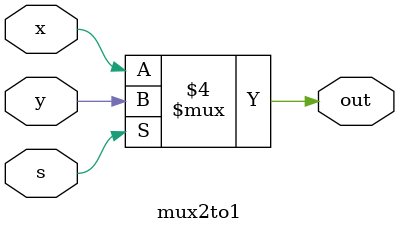
<source format=v>
module mux2to1 (
    input x,y,s, //1 0
    output reg out
);
always @(*) begin
    if(!s)
    begin
     out= x;
    end
else begin
    out= y;
    end
end

endmodule
</source>
